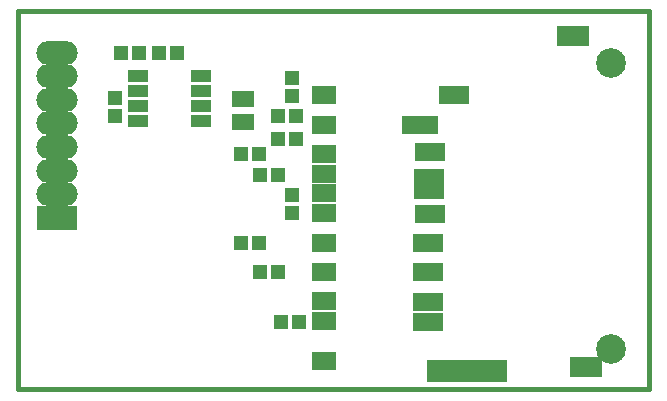
<source format=gts>
G04 (created by PCBNEW-RS274X (2010-05-05 BZR 2356)-stable) date 3/07/2011 4:58:35 p.m.*
G01*
G70*
G90*
%MOIN*%
G04 Gerber Fmt 3.4, Leading zero omitted, Abs format*
%FSLAX34Y34*%
G04 APERTURE LIST*
%ADD10C,0.006000*%
%ADD11C,0.015000*%
%ADD12O,0.138100X0.079100*%
%ADD13R,0.138100X0.079100*%
%ADD14R,0.079100X0.059400*%
%ADD15R,0.106600X0.067200*%
%ADD16R,0.268000X0.075100*%
%ADD17R,0.098700X0.059400*%
%ADD18R,0.118400X0.059400*%
%ADD19R,0.098700X0.098700*%
%ADD20C,0.098700*%
%ADD21R,0.045000X0.051500*%
%ADD22R,0.051500X0.045000*%
%ADD23R,0.075000X0.055000*%
%ADD24R,0.065000X0.040000*%
G04 APERTURE END LIST*
G54D10*
G54D11*
X43307Y-33111D02*
X43307Y-20552D01*
X22283Y-33150D02*
X43307Y-33150D01*
X22283Y-20551D02*
X22283Y-33150D01*
X43307Y-20551D02*
X22283Y-20551D01*
G54D12*
X23583Y-25865D03*
X23583Y-26652D03*
G54D13*
X23583Y-27440D03*
G54D12*
X23583Y-25078D03*
X23583Y-24290D03*
X23583Y-23503D03*
X23583Y-22716D03*
X23583Y-21929D03*
G54D14*
X32481Y-27289D03*
X32481Y-28273D03*
X32481Y-29258D03*
X32481Y-30212D03*
X32481Y-30882D03*
X32481Y-32200D03*
X32481Y-26620D03*
X32481Y-25970D03*
X32481Y-23352D03*
X32481Y-24336D03*
X32481Y-25321D03*
G54D15*
X40778Y-21374D03*
X41221Y-32397D03*
G54D16*
X37245Y-32555D03*
G54D17*
X36811Y-23352D03*
G54D18*
X35689Y-24336D03*
G54D17*
X36014Y-25242D03*
G54D19*
X35975Y-26295D03*
G54D17*
X36014Y-27299D03*
X35955Y-28283D03*
X35935Y-29258D03*
X35945Y-30232D03*
X35945Y-30911D03*
G54D20*
X42048Y-31807D03*
X42048Y-22279D03*
G54D21*
X26323Y-21929D03*
X25723Y-21929D03*
X30960Y-24055D03*
X31560Y-24055D03*
X29700Y-25315D03*
X30300Y-25315D03*
X29700Y-28268D03*
X30300Y-28268D03*
G54D22*
X25512Y-24040D03*
X25512Y-23440D03*
G54D21*
X30330Y-29252D03*
X30930Y-29252D03*
X30330Y-26024D03*
X30930Y-26024D03*
G54D22*
X31421Y-22771D03*
X31421Y-23371D03*
G54D21*
X31058Y-30902D03*
X31658Y-30902D03*
G54D22*
X31402Y-27261D03*
X31402Y-26661D03*
G54D21*
X31560Y-24803D03*
X30960Y-24803D03*
X26983Y-21929D03*
X27583Y-21929D03*
G54D23*
X29764Y-23483D03*
X29764Y-24233D03*
G54D24*
X26273Y-24215D03*
X28373Y-24215D03*
X26273Y-23715D03*
X26273Y-23215D03*
X26273Y-22715D03*
X28373Y-23715D03*
X28373Y-23215D03*
X28373Y-22715D03*
M02*

</source>
